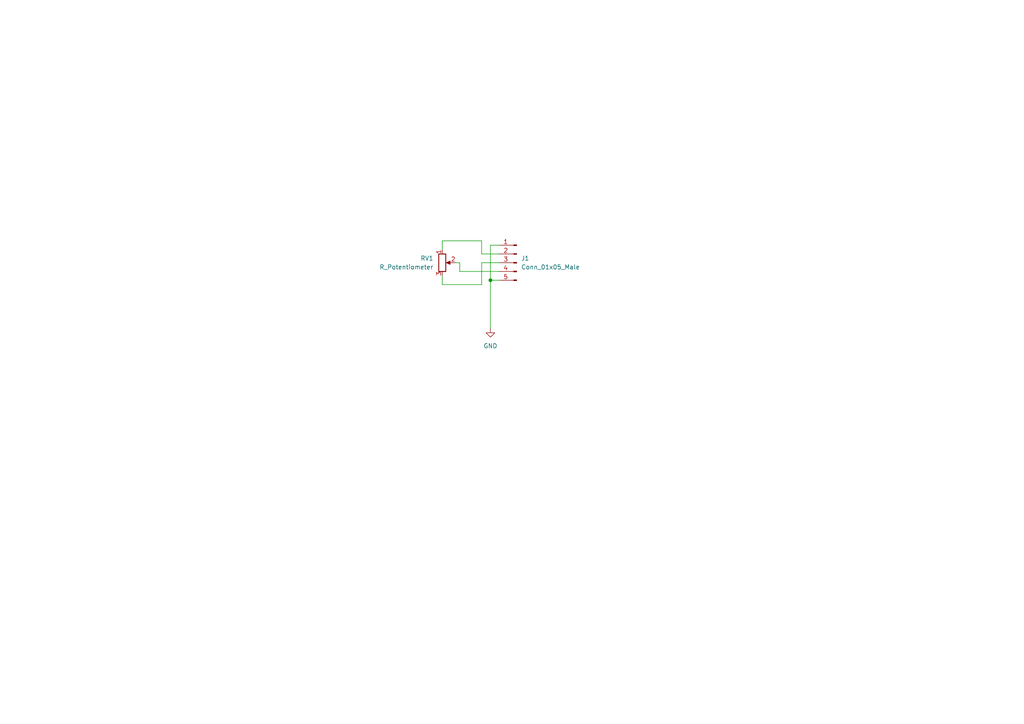
<source format=kicad_sch>
(kicad_sch (version 20211123) (generator eeschema)
  (paper "A4")
  (lib_symbols
    (symbol "Connector:Conn_01x05_Male" (pin_names (offset 1.016) hide)
      (property "Reference" "J" (at 0 7.62 0))
      (property "Value" "Conn_01x05_Male" (at 0 -7.62 0))
      (symbol "Conn_01x05_Male_1_1"
        (polyline (pts (xy 1.27 -5.08) (xy 0.8636 -5.08)) (stroke (width 0.1524)))
        (polyline (pts (xy 1.27 -2.54) (xy 0.8636 -2.54)) (stroke (width 0.1524)))
        (polyline (pts (xy 1.27 0) (xy 0.8636 0)) (stroke (width 0.1524)))
        (polyline (pts (xy 1.27 2.54) (xy 0.8636 2.54)) (stroke (width 0.1524)))
        (polyline (pts (xy 1.27 5.08) (xy 0.8636 5.08)) (stroke (width 0.1524)))
        (rectangle (start 0.8636 -4.953) (end 0 -5.207) (stroke (width 0.1524)) (fill (type outline)))
        (rectangle (start 0.8636 -2.413) (end 0 -2.667) (stroke (width 0.1524)) (fill (type outline)))
        (rectangle (start 0.8636 0.127) (end 0 -0.127) (stroke (width 0.1524)) (fill (type outline)))
        (rectangle (start 0.8636 2.667) (end 0 2.413) (stroke (width 0.1524)) (fill (type outline)))
        (rectangle (start 0.8636 5.207) (end 0 4.953) (stroke (width 0.1524)) (fill (type outline)))
        (pin passive line (at 5.08 5.08 180) (length 3.81) (name "Pin_1") (number "1"))
        (pin passive line (at 5.08 2.54 180) (length 3.81) (name "Pin_2") (number "2"))
        (pin passive line (at 5.08 0 180) (length 3.81) (name "Pin_3") (number "3"))
        (pin passive line (at 5.08 -2.54 180) (length 3.81) (name "Pin_4") (number "4"))
        (pin passive line (at 5.08 -5.08 180) (length 3.81) (name "Pin_5") (number "5"))
      )
    )
    (symbol "Device:R_Potentiometer" (pin_names (offset 1.016) hide)
      (property "Reference" "RV" (at -4.445 0 90))
      (property "Value" "R_Potentiometer" (at -2.54 0 90))
      (symbol "R_Potentiometer_0_1"
        (polyline (pts (xy 2.54 0) (xy 1.524 0)))
        (polyline (pts (xy 1.143 0) (xy 2.286 0.508) (xy 2.286 -0.508) (xy 1.143 0)) (fill (type outline)))
        (rectangle (start 1.016 2.54) (end -1.016 -2.54) (stroke (width 0.254)))
      )
      (symbol "R_Potentiometer_1_1"
        (pin passive line (at 0 3.81 270) (length 1.27) (name "1") (number "1"))
        (pin passive line (at 3.81 0 180) (length 1.27) (name "2") (number "2"))
        (pin passive line (at 0 -3.81 90) (length 1.27) (name "3") (number "3"))
      )
    )
    (symbol "power:GND" (power) (pin_names (offset 0))
      (property "Value" "GND" (at 0 -3.81 0))
      (symbol "GND_0_1"
        (polyline (pts (xy 0 0) (xy 0 -1.27) (xy 1.27 -1.27) (xy 0 -2.54) (xy -1.27 -1.27) (xy 0 -1.27)))
      )
      (symbol "GND_1_1"
        (pin power_in line (at 0 0 270) (length 0) hide (name "GND") (number "1"))
      )
    )
  )
  (junction (at 142.24 81.28))
  (wire (pts (xy 139.7 76.2) (xy 139.7 82.55)))
  (wire (pts (xy 144.78 76.2) (xy 139.7 76.2)))
  (wire (pts (xy 142.24 81.28) (xy 142.24 95.25)))
  (wire (pts (xy 128.27 69.85) (xy 139.7 69.85)))
  (wire (pts (xy 133.35 76.2) (xy 133.35 78.74)))
  (wire (pts (xy 133.35 78.74) (xy 144.78 78.74)))
  (wire (pts (xy 128.27 72.39) (xy 128.27 69.85)))
  (wire (pts (xy 142.24 71.12) (xy 142.24 81.28)))
  (wire (pts (xy 132.08 76.2) (xy 133.35 76.2)))
  (wire (pts (xy 142.24 81.28) (xy 144.78 81.28)))
  (wire (pts (xy 128.27 80.01) (xy 128.27 82.55)))
  (wire (pts (xy 144.78 71.12) (xy 142.24 71.12)))
  (wire (pts (xy 139.7 69.85) (xy 139.7 73.66)))
  (wire (pts (xy 139.7 73.66) (xy 144.78 73.66)))
  (wire (pts (xy 139.7 82.55) (xy 128.27 82.55)))
  (symbol (lib_id "Connector:Conn_01x05_Male") (at 149.86 76.2 0) (mirror y) (unit 1)
    (property "Reference" "J1" (at 151.13 74.9299 0) (effects (justify right)))
    (property "Value" "Conn_01x05_Male" (at 151.13 77.4699 0) (effects (justify right)))
    (property "Footprint" "Connector_PinHeader_2.54mm:PinHeader_1x05_P2.54mm_Vertical" (effects hide))
  )
  (symbol (lib_id "Device:R_Potentiometer") (at 128.27 76.2 0) (unit 1)
    (property "Reference" "RV1" (at 125.73 74.9299 0) (effects (justify right)))
    (property "Value" "R_Potentiometer" (at 125.73 77.4699 0) (effects (justify right)))
    (property "Footprint" "Potentiometer_THT:Potentiometer_Bourns_PTA4543_Single_Slide" (effects hide))
  )
  (symbol (lib_id "power:GND") (at 142.24 95.25 0) (unit 1)
    (property "Reference" "#PWR0101" (effects hide))
    (property "Value" "GND" (at 142.24 100.33 0))
  )
)
</source>
